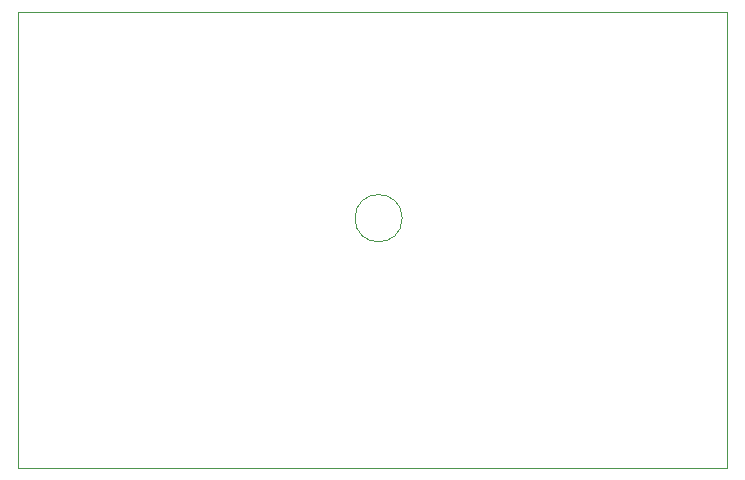
<source format=gbr>
%TF.GenerationSoftware,KiCad,Pcbnew,(6.0.7)*%
%TF.CreationDate,2024-10-25T16:04:42-07:00*%
%TF.ProjectId,segment_blinky,7365676d-656e-4745-9f62-6c696e6b792e,rev?*%
%TF.SameCoordinates,Original*%
%TF.FileFunction,Profile,NP*%
%FSLAX46Y46*%
G04 Gerber Fmt 4.6, Leading zero omitted, Abs format (unit mm)*
G04 Created by KiCad (PCBNEW (6.0.7)) date 2024-10-25 16:04:42*
%MOMM*%
%LPD*%
G01*
G04 APERTURE LIST*
%TA.AperFunction,Profile*%
%ADD10C,0.100000*%
%TD*%
G04 APERTURE END LIST*
D10*
X98000000Y-50000000D02*
X158000000Y-50000000D01*
X158000000Y-50000000D02*
X158000000Y-88646000D01*
X158000000Y-88646000D02*
X98000000Y-88646000D01*
X98000000Y-88646000D02*
X98000000Y-50000000D01*
X130500000Y-67500000D02*
G75*
G03*
X130500000Y-67500000I-2000000J0D01*
G01*
M02*

</source>
